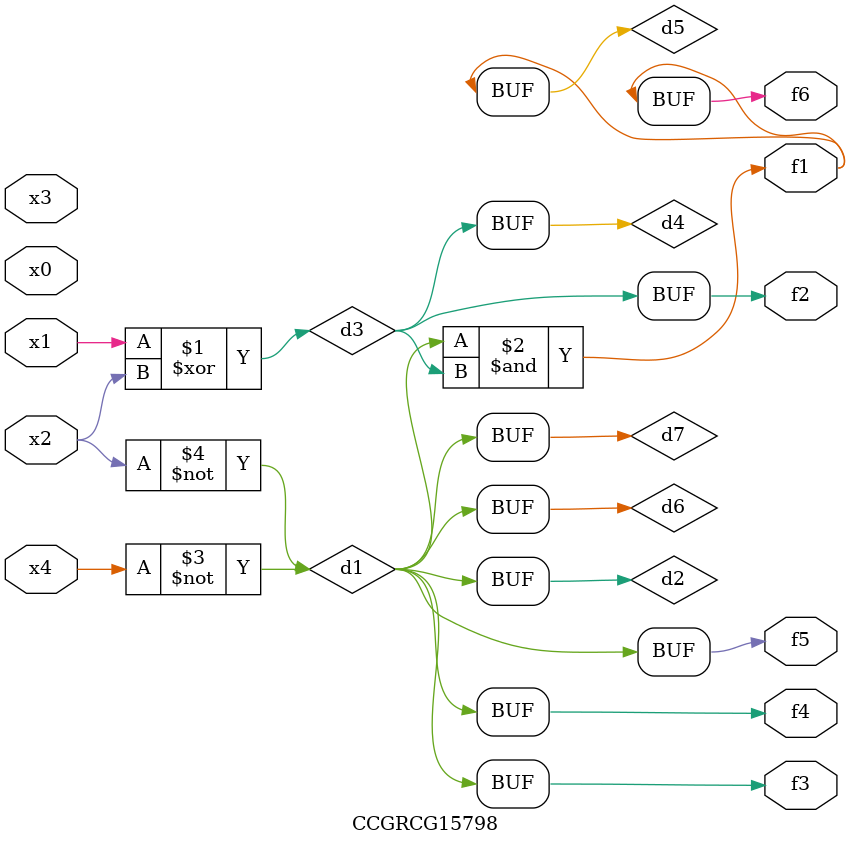
<source format=v>
module CCGRCG15798(
	input x0, x1, x2, x3, x4,
	output f1, f2, f3, f4, f5, f6
);

	wire d1, d2, d3, d4, d5, d6, d7;

	not (d1, x4);
	not (d2, x2);
	xor (d3, x1, x2);
	buf (d4, d3);
	and (d5, d1, d3);
	buf (d6, d1, d2);
	buf (d7, d2);
	assign f1 = d5;
	assign f2 = d4;
	assign f3 = d7;
	assign f4 = d7;
	assign f5 = d7;
	assign f6 = d5;
endmodule

</source>
